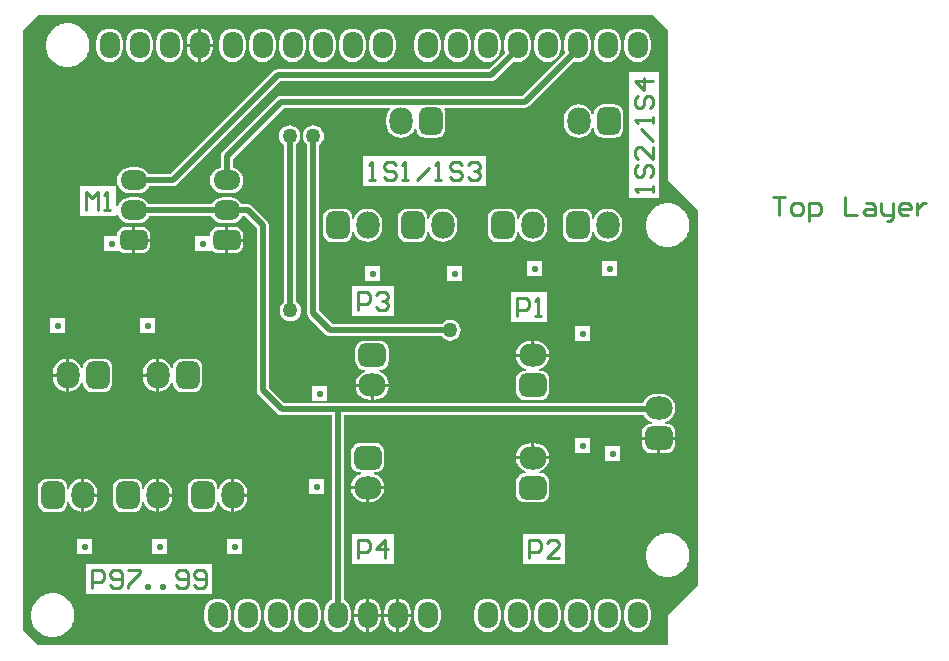
<source format=gtl>
G04*
G04 #@! TF.GenerationSoftware,Altium Limited,Altium Designer,22.2.1 (43)*
G04*
G04 Layer_Physical_Order=1*
G04 Layer_Color=255*
%FSLAX24Y24*%
%MOIN*%
G70*
G04*
G04 #@! TF.SameCoordinates,B0127B38-177D-4212-A313-A0298CA215B3*
G04*
G04*
G04 #@! TF.FilePolarity,Positive*
G04*
G01*
G75*
%ADD10C,0.0197*%
%ADD11C,0.0100*%
G04:AMPARAMS|DCode=12|XSize=76.8mil|YSize=90.6mil|CornerRadius=19.2mil|HoleSize=0mil|Usage=FLASHONLY|Rotation=0.000|XOffset=0mil|YOffset=0mil|HoleType=Round|Shape=RoundedRectangle|*
%AMROUNDEDRECTD12*
21,1,0.0768,0.0522,0,0,0.0*
21,1,0.0384,0.0906,0,0,0.0*
1,1,0.0384,0.0192,-0.0261*
1,1,0.0384,-0.0192,-0.0261*
1,1,0.0384,-0.0192,0.0261*
1,1,0.0384,0.0192,0.0261*
%
%ADD12ROUNDEDRECTD12*%
%ADD13O,0.0768X0.0906*%
%ADD14O,0.0906X0.0768*%
G04:AMPARAMS|DCode=15|XSize=76.8mil|YSize=90.6mil|CornerRadius=19.2mil|HoleSize=0mil|Usage=FLASHONLY|Rotation=90.000|XOffset=0mil|YOffset=0mil|HoleType=Round|Shape=RoundedRectangle|*
%AMROUNDEDRECTD15*
21,1,0.0768,0.0522,0,0,90.0*
21,1,0.0384,0.0906,0,0,90.0*
1,1,0.0384,0.0261,0.0192*
1,1,0.0384,0.0261,-0.0192*
1,1,0.0384,-0.0261,-0.0192*
1,1,0.0384,-0.0261,0.0192*
%
%ADD15ROUNDEDRECTD15*%
%ADD16O,0.0906X0.0669*%
G04:AMPARAMS|DCode=17|XSize=66.9mil|YSize=90.6mil|CornerRadius=16.7mil|HoleSize=0mil|Usage=FLASHONLY|Rotation=90.000|XOffset=0mil|YOffset=0mil|HoleType=Round|Shape=RoundedRectangle|*
%AMROUNDEDRECTD17*
21,1,0.0669,0.0571,0,0,90.0*
21,1,0.0335,0.0906,0,0,90.0*
1,1,0.0335,0.0285,0.0167*
1,1,0.0335,0.0285,-0.0167*
1,1,0.0335,-0.0285,-0.0167*
1,1,0.0335,-0.0285,0.0167*
%
%ADD17ROUNDEDRECTD17*%
%ADD18O,0.0669X0.0906*%
%ADD19C,0.0500*%
G36*
X-500Y18000D02*
X0Y17500D01*
Y12500D01*
X1000Y11500D01*
Y-1000D01*
X0Y-2000D01*
Y-3000D01*
X-21000D01*
X-21500Y-2500D01*
Y7800D01*
Y17500D01*
X-21000Y18000D01*
X-500Y18000D01*
D02*
G37*
%LPC*%
G36*
X-15548Y17550D02*
Y17050D01*
X-15160D01*
Y17118D01*
X-15175Y17232D01*
X-15219Y17337D01*
X-15288Y17428D01*
X-15379Y17498D01*
X-15485Y17542D01*
X-15548Y17550D01*
D02*
G37*
G36*
X-15648Y17550D02*
X-15712Y17542D01*
X-15818Y17498D01*
X-15908Y17428D01*
X-15978Y17337D01*
X-16022Y17232D01*
X-16037Y17118D01*
Y17050D01*
X-15648D01*
Y17550D01*
D02*
G37*
G36*
X-15160Y16950D02*
X-15548D01*
Y16450D01*
X-15485Y16458D01*
X-15379Y16502D01*
X-15288Y16572D01*
X-15219Y16663D01*
X-15175Y16768D01*
X-15160Y16882D01*
Y16950D01*
D02*
G37*
G36*
X-15648D02*
X-16037D01*
Y16882D01*
X-16022Y16768D01*
X-15978Y16663D01*
X-15908Y16572D01*
X-15818Y16502D01*
X-15712Y16458D01*
X-15648Y16450D01*
Y16950D01*
D02*
G37*
G36*
X-1000Y17557D02*
X-1113Y17542D01*
X-1219Y17498D01*
X-1310Y17428D01*
X-1380Y17337D01*
X-1423Y17232D01*
X-1438Y17118D01*
Y16882D01*
X-1423Y16768D01*
X-1380Y16663D01*
X-1310Y16572D01*
X-1219Y16502D01*
X-1113Y16458D01*
X-1000Y16443D01*
X-887Y16458D01*
X-781Y16502D01*
X-690Y16572D01*
X-620Y16663D01*
X-577Y16768D01*
X-562Y16882D01*
Y17118D01*
X-577Y17232D01*
X-620Y17337D01*
X-690Y17428D01*
X-781Y17498D01*
X-887Y17542D01*
X-1000Y17557D01*
D02*
G37*
G36*
X-2000D02*
X-2113Y17542D01*
X-2219Y17498D01*
X-2310Y17428D01*
X-2380Y17337D01*
X-2423Y17232D01*
X-2438Y17118D01*
Y16882D01*
X-2423Y16768D01*
X-2380Y16663D01*
X-2310Y16572D01*
X-2219Y16502D01*
X-2113Y16458D01*
X-2000Y16443D01*
X-1887Y16458D01*
X-1781Y16502D01*
X-1690Y16572D01*
X-1620Y16663D01*
X-1577Y16768D01*
X-1562Y16882D01*
Y17118D01*
X-1577Y17232D01*
X-1620Y17337D01*
X-1690Y17428D01*
X-1781Y17498D01*
X-1887Y17542D01*
X-2000Y17557D01*
D02*
G37*
G36*
X-3000D02*
X-3113Y17542D01*
X-3219Y17498D01*
X-3310Y17428D01*
X-3380Y17337D01*
X-3423Y17232D01*
X-3438Y17118D01*
Y16882D01*
X-3423Y16768D01*
X-3416Y16752D01*
X-4845Y15323D01*
X-12879D01*
X-12956Y15308D01*
X-13022Y15264D01*
X-14843Y13443D01*
X-14887Y13377D01*
X-14902Y13300D01*
Y12927D01*
X-14932Y12923D01*
X-15037Y12880D01*
X-15128Y12810D01*
X-15198Y12719D01*
X-15242Y12613D01*
X-15257Y12500D01*
X-15242Y12387D01*
X-15198Y12281D01*
X-15128Y12190D01*
X-15037Y12120D01*
X-14932Y12077D01*
X-14818Y12062D01*
X-14582D01*
X-14468Y12077D01*
X-14363Y12120D01*
X-14272Y12190D01*
X-14202Y12281D01*
X-14158Y12387D01*
X-14143Y12500D01*
X-14158Y12613D01*
X-14202Y12719D01*
X-14272Y12810D01*
X-14363Y12880D01*
X-14468Y12923D01*
X-14498Y12927D01*
Y13216D01*
X-12795Y14919D01*
X-9269D01*
X-9248Y14869D01*
X-9314Y14783D01*
X-9363Y14665D01*
X-9379Y14539D01*
Y14401D01*
X-9363Y14275D01*
X-9314Y14157D01*
X-9237Y14056D01*
X-9135Y13978D01*
X-9018Y13930D01*
X-8891Y13913D01*
X-8765Y13930D01*
X-8647Y13978D01*
X-8546Y14056D01*
X-8469Y14157D01*
X-8428Y14256D01*
X-8378Y14246D01*
Y14209D01*
X-8368Y14133D01*
X-8338Y14062D01*
X-8292Y14001D01*
X-8231Y13954D01*
X-8160Y13925D01*
X-8083Y13915D01*
X-7699D01*
X-7623Y13925D01*
X-7552Y13954D01*
X-7491Y14001D01*
X-7444Y14062D01*
X-7415Y14133D01*
X-7405Y14209D01*
Y14731D01*
X-7415Y14807D01*
X-7441Y14869D01*
X-7420Y14919D01*
X-4761D01*
X-4683Y14934D01*
X-4618Y14978D01*
X-3130Y16465D01*
X-3113Y16458D01*
X-3000Y16443D01*
X-2887Y16458D01*
X-2781Y16502D01*
X-2690Y16572D01*
X-2620Y16663D01*
X-2577Y16768D01*
X-2562Y16882D01*
Y17118D01*
X-2577Y17232D01*
X-2620Y17337D01*
X-2690Y17428D01*
X-2781Y17498D01*
X-2887Y17542D01*
X-3000Y17557D01*
D02*
G37*
G36*
X-4000D02*
X-4113Y17542D01*
X-4219Y17498D01*
X-4310Y17428D01*
X-4380Y17337D01*
X-4423Y17232D01*
X-4438Y17118D01*
Y16882D01*
X-4423Y16768D01*
X-4380Y16663D01*
X-4310Y16572D01*
X-4219Y16502D01*
X-4113Y16458D01*
X-4000Y16443D01*
X-3887Y16458D01*
X-3781Y16502D01*
X-3690Y16572D01*
X-3620Y16663D01*
X-3577Y16768D01*
X-3562Y16882D01*
Y17118D01*
X-3577Y17232D01*
X-3620Y17337D01*
X-3690Y17428D01*
X-3781Y17498D01*
X-3887Y17542D01*
X-4000Y17557D01*
D02*
G37*
G36*
X-5000D02*
X-5113Y17542D01*
X-5219Y17498D01*
X-5310Y17428D01*
X-5380Y17337D01*
X-5423Y17232D01*
X-5438Y17118D01*
Y16882D01*
X-5423Y16768D01*
X-5416Y16752D01*
X-5966Y16202D01*
X-13000D01*
X-13077Y16187D01*
X-13143Y16143D01*
X-16584Y12702D01*
X-17295D01*
X-17302Y12719D01*
X-17372Y12810D01*
X-17463Y12880D01*
X-17568Y12923D01*
X-17682Y12938D01*
X-17918D01*
X-18032Y12923D01*
X-18137Y12880D01*
X-18228Y12810D01*
X-18298Y12719D01*
X-18342Y12613D01*
X-18357Y12500D01*
X-18342Y12387D01*
X-18298Y12281D01*
X-18228Y12190D01*
X-18137Y12120D01*
X-18032Y12077D01*
X-17918Y12062D01*
X-17682D01*
X-17568Y12077D01*
X-17463Y12120D01*
X-17372Y12190D01*
X-17302Y12281D01*
X-17295Y12298D01*
X-16500D01*
X-16423Y12313D01*
X-16357Y12357D01*
X-12916Y15798D01*
X-5882D01*
X-5804Y15813D01*
X-5739Y15857D01*
X-5130Y16465D01*
X-5113Y16458D01*
X-5000Y16443D01*
X-4887Y16458D01*
X-4781Y16502D01*
X-4690Y16572D01*
X-4620Y16663D01*
X-4577Y16768D01*
X-4562Y16882D01*
Y17118D01*
X-4577Y17232D01*
X-4620Y17337D01*
X-4690Y17428D01*
X-4781Y17498D01*
X-4887Y17542D01*
X-5000Y17557D01*
D02*
G37*
G36*
X-6000D02*
X-6113Y17542D01*
X-6219Y17498D01*
X-6310Y17428D01*
X-6380Y17337D01*
X-6423Y17232D01*
X-6438Y17118D01*
Y16882D01*
X-6423Y16768D01*
X-6380Y16663D01*
X-6310Y16572D01*
X-6219Y16502D01*
X-6113Y16458D01*
X-6000Y16443D01*
X-5887Y16458D01*
X-5781Y16502D01*
X-5690Y16572D01*
X-5620Y16663D01*
X-5577Y16768D01*
X-5562Y16882D01*
Y17118D01*
X-5577Y17232D01*
X-5620Y17337D01*
X-5690Y17428D01*
X-5781Y17498D01*
X-5887Y17542D01*
X-6000Y17557D01*
D02*
G37*
G36*
X-7000D02*
X-7113Y17542D01*
X-7219Y17498D01*
X-7310Y17428D01*
X-7380Y17337D01*
X-7423Y17232D01*
X-7438Y17118D01*
Y16882D01*
X-7423Y16768D01*
X-7380Y16663D01*
X-7310Y16572D01*
X-7219Y16502D01*
X-7113Y16458D01*
X-7000Y16443D01*
X-6887Y16458D01*
X-6781Y16502D01*
X-6690Y16572D01*
X-6620Y16663D01*
X-6577Y16768D01*
X-6562Y16882D01*
Y17118D01*
X-6577Y17232D01*
X-6620Y17337D01*
X-6690Y17428D01*
X-6781Y17498D01*
X-6887Y17542D01*
X-7000Y17557D01*
D02*
G37*
G36*
X-8000D02*
X-8113Y17542D01*
X-8219Y17498D01*
X-8310Y17428D01*
X-8380Y17337D01*
X-8423Y17232D01*
X-8438Y17118D01*
Y16882D01*
X-8423Y16768D01*
X-8380Y16663D01*
X-8310Y16572D01*
X-8219Y16502D01*
X-8113Y16458D01*
X-8000Y16443D01*
X-7887Y16458D01*
X-7781Y16502D01*
X-7690Y16572D01*
X-7620Y16663D01*
X-7577Y16768D01*
X-7562Y16882D01*
Y17118D01*
X-7577Y17232D01*
X-7620Y17337D01*
X-7690Y17428D01*
X-7781Y17498D01*
X-7887Y17542D01*
X-8000Y17557D01*
D02*
G37*
G36*
X-9500D02*
X-9613Y17542D01*
X-9719Y17498D01*
X-9810Y17428D01*
X-9880Y17337D01*
X-9923Y17232D01*
X-9938Y17118D01*
Y16882D01*
X-9923Y16768D01*
X-9880Y16663D01*
X-9810Y16572D01*
X-9719Y16502D01*
X-9613Y16458D01*
X-9500Y16443D01*
X-9387Y16458D01*
X-9281Y16502D01*
X-9190Y16572D01*
X-9120Y16663D01*
X-9077Y16768D01*
X-9062Y16882D01*
Y17118D01*
X-9077Y17232D01*
X-9120Y17337D01*
X-9190Y17428D01*
X-9281Y17498D01*
X-9387Y17542D01*
X-9500Y17557D01*
D02*
G37*
G36*
X-10500D02*
X-10613Y17542D01*
X-10719Y17498D01*
X-10810Y17428D01*
X-10880Y17337D01*
X-10923Y17232D01*
X-10938Y17118D01*
Y16882D01*
X-10923Y16768D01*
X-10880Y16663D01*
X-10810Y16572D01*
X-10719Y16502D01*
X-10613Y16458D01*
X-10500Y16443D01*
X-10387Y16458D01*
X-10281Y16502D01*
X-10190Y16572D01*
X-10120Y16663D01*
X-10077Y16768D01*
X-10062Y16882D01*
Y17118D01*
X-10077Y17232D01*
X-10120Y17337D01*
X-10190Y17428D01*
X-10281Y17498D01*
X-10387Y17542D01*
X-10500Y17557D01*
D02*
G37*
G36*
X-11500D02*
X-11613Y17542D01*
X-11719Y17498D01*
X-11810Y17428D01*
X-11880Y17337D01*
X-11923Y17232D01*
X-11938Y17118D01*
Y16882D01*
X-11923Y16768D01*
X-11880Y16663D01*
X-11810Y16572D01*
X-11719Y16502D01*
X-11613Y16458D01*
X-11500Y16443D01*
X-11387Y16458D01*
X-11281Y16502D01*
X-11190Y16572D01*
X-11120Y16663D01*
X-11077Y16768D01*
X-11062Y16882D01*
Y17118D01*
X-11077Y17232D01*
X-11120Y17337D01*
X-11190Y17428D01*
X-11281Y17498D01*
X-11387Y17542D01*
X-11500Y17557D01*
D02*
G37*
G36*
X-12500D02*
X-12613Y17542D01*
X-12719Y17498D01*
X-12810Y17428D01*
X-12880Y17337D01*
X-12923Y17232D01*
X-12938Y17118D01*
Y16882D01*
X-12923Y16768D01*
X-12880Y16663D01*
X-12810Y16572D01*
X-12719Y16502D01*
X-12613Y16458D01*
X-12500Y16443D01*
X-12387Y16458D01*
X-12281Y16502D01*
X-12190Y16572D01*
X-12120Y16663D01*
X-12077Y16768D01*
X-12062Y16882D01*
Y17118D01*
X-12077Y17232D01*
X-12120Y17337D01*
X-12190Y17428D01*
X-12281Y17498D01*
X-12387Y17542D01*
X-12500Y17557D01*
D02*
G37*
G36*
X-13500D02*
X-13613Y17542D01*
X-13719Y17498D01*
X-13810Y17428D01*
X-13880Y17337D01*
X-13923Y17232D01*
X-13938Y17118D01*
Y16882D01*
X-13923Y16768D01*
X-13880Y16663D01*
X-13810Y16572D01*
X-13719Y16502D01*
X-13613Y16458D01*
X-13500Y16443D01*
X-13387Y16458D01*
X-13281Y16502D01*
X-13190Y16572D01*
X-13120Y16663D01*
X-13077Y16768D01*
X-13062Y16882D01*
Y17118D01*
X-13077Y17232D01*
X-13120Y17337D01*
X-13190Y17428D01*
X-13281Y17498D01*
X-13387Y17542D01*
X-13500Y17557D01*
D02*
G37*
G36*
X-14500D02*
X-14613Y17542D01*
X-14719Y17498D01*
X-14810Y17428D01*
X-14880Y17337D01*
X-14923Y17232D01*
X-14938Y17118D01*
Y16882D01*
X-14923Y16768D01*
X-14880Y16663D01*
X-14810Y16572D01*
X-14719Y16502D01*
X-14613Y16458D01*
X-14500Y16443D01*
X-14387Y16458D01*
X-14281Y16502D01*
X-14190Y16572D01*
X-14120Y16663D01*
X-14077Y16768D01*
X-14062Y16882D01*
Y17118D01*
X-14077Y17232D01*
X-14120Y17337D01*
X-14190Y17428D01*
X-14281Y17498D01*
X-14387Y17542D01*
X-14500Y17557D01*
D02*
G37*
G36*
X-16600D02*
X-16713Y17542D01*
X-16819Y17498D01*
X-16910Y17428D01*
X-16980Y17337D01*
X-17023Y17232D01*
X-17038Y17118D01*
Y16882D01*
X-17023Y16768D01*
X-16980Y16663D01*
X-16910Y16572D01*
X-16819Y16502D01*
X-16713Y16458D01*
X-16600Y16443D01*
X-16487Y16458D01*
X-16381Y16502D01*
X-16290Y16572D01*
X-16220Y16663D01*
X-16177Y16768D01*
X-16162Y16882D01*
Y17118D01*
X-16177Y17232D01*
X-16220Y17337D01*
X-16290Y17428D01*
X-16381Y17498D01*
X-16487Y17542D01*
X-16600Y17557D01*
D02*
G37*
G36*
X-17600D02*
X-17713Y17542D01*
X-17819Y17498D01*
X-17910Y17428D01*
X-17980Y17337D01*
X-18023Y17232D01*
X-18038Y17118D01*
Y16882D01*
X-18023Y16768D01*
X-17980Y16663D01*
X-17910Y16572D01*
X-17819Y16502D01*
X-17713Y16458D01*
X-17600Y16443D01*
X-17487Y16458D01*
X-17381Y16502D01*
X-17290Y16572D01*
X-17220Y16663D01*
X-17177Y16768D01*
X-17162Y16882D01*
Y17118D01*
X-17177Y17232D01*
X-17220Y17337D01*
X-17290Y17428D01*
X-17381Y17498D01*
X-17487Y17542D01*
X-17600Y17557D01*
D02*
G37*
G36*
X-18600D02*
X-18713Y17542D01*
X-18819Y17498D01*
X-18910Y17428D01*
X-18980Y17337D01*
X-19023Y17232D01*
X-19038Y17118D01*
Y16882D01*
X-19023Y16768D01*
X-18980Y16663D01*
X-18910Y16572D01*
X-18819Y16502D01*
X-18713Y16458D01*
X-18600Y16443D01*
X-18487Y16458D01*
X-18381Y16502D01*
X-18290Y16572D01*
X-18220Y16663D01*
X-18177Y16768D01*
X-18162Y16882D01*
Y17118D01*
X-18177Y17232D01*
X-18220Y17337D01*
X-18290Y17428D01*
X-18381Y17498D01*
X-18487Y17542D01*
X-18600Y17557D01*
D02*
G37*
G36*
X-19938Y17727D02*
X-20062D01*
X-20071Y17725D01*
X-20081D01*
X-20202Y17701D01*
X-20211Y17697D01*
X-20221Y17695D01*
X-20335Y17648D01*
X-20343Y17642D01*
X-20353Y17639D01*
X-20455Y17570D01*
X-20462Y17563D01*
X-20471Y17558D01*
X-20558Y17471D01*
X-20563Y17462D01*
X-20570Y17455D01*
X-20639Y17353D01*
X-20642Y17343D01*
X-20648Y17335D01*
X-20695Y17221D01*
X-20697Y17211D01*
X-20701Y17202D01*
X-20725Y17081D01*
Y17071D01*
X-20727Y17062D01*
Y16938D01*
X-20725Y16929D01*
Y16919D01*
X-20701Y16798D01*
X-20697Y16789D01*
X-20695Y16779D01*
X-20648Y16665D01*
X-20642Y16657D01*
X-20639Y16647D01*
X-20570Y16545D01*
X-20563Y16538D01*
X-20558Y16529D01*
X-20471Y16442D01*
X-20462Y16437D01*
X-20455Y16430D01*
X-20353Y16361D01*
X-20343Y16358D01*
X-20335Y16352D01*
X-20221Y16305D01*
X-20211Y16303D01*
X-20202Y16299D01*
X-20081Y16275D01*
X-20071D01*
X-20062Y16273D01*
X-19938D01*
X-19929Y16275D01*
X-19919D01*
X-19798Y16299D01*
X-19789Y16303D01*
X-19779Y16305D01*
X-19665Y16352D01*
X-19657Y16358D01*
X-19647Y16361D01*
X-19545Y16430D01*
X-19538Y16437D01*
X-19529Y16442D01*
X-19442Y16529D01*
X-19437Y16538D01*
X-19430Y16545D01*
X-19361Y16647D01*
X-19358Y16657D01*
X-19352Y16665D01*
X-19305Y16779D01*
X-19303Y16789D01*
X-19299Y16798D01*
X-19275Y16919D01*
Y16929D01*
X-19273Y16938D01*
Y17062D01*
X-19275Y17071D01*
Y17081D01*
X-19299Y17202D01*
X-19303Y17211D01*
X-19305Y17221D01*
X-19352Y17335D01*
X-19358Y17343D01*
X-19361Y17353D01*
X-19430Y17455D01*
X-19437Y17462D01*
X-19442Y17471D01*
X-19529Y17558D01*
X-19538Y17563D01*
X-19545Y17570D01*
X-19647Y17639D01*
X-19657Y17642D01*
X-19665Y17648D01*
X-19779Y17695D01*
X-19789Y17697D01*
X-19798Y17701D01*
X-19919Y17725D01*
X-19929D01*
X-19938Y17727D01*
D02*
G37*
G36*
X-2968Y15027D02*
X-3094Y15010D01*
X-3212Y14961D01*
X-3313Y14884D01*
X-3391Y14783D01*
X-3439Y14665D01*
X-3456Y14539D01*
Y14401D01*
X-3439Y14275D01*
X-3391Y14157D01*
X-3313Y14056D01*
X-3212Y13978D01*
X-3094Y13930D01*
X-2968Y13913D01*
X-2842Y13930D01*
X-2724Y13978D01*
X-2623Y14056D01*
X-2545Y14157D01*
X-2504Y14256D01*
X-2454Y14246D01*
Y14209D01*
X-2444Y14133D01*
X-2415Y14062D01*
X-2368Y14001D01*
X-2307Y13954D01*
X-2236Y13925D01*
X-2160Y13915D01*
X-1776D01*
X-1700Y13925D01*
X-1629Y13954D01*
X-1568Y14001D01*
X-1521Y14062D01*
X-1492Y14133D01*
X-1482Y14209D01*
Y14731D01*
X-1492Y14807D01*
X-1521Y14878D01*
X-1568Y14939D01*
X-1629Y14986D01*
X-1700Y15015D01*
X-1776Y15025D01*
X-2160D01*
X-2236Y15015D01*
X-2307Y14986D01*
X-2368Y14939D01*
X-2415Y14878D01*
X-2444Y14807D01*
X-2454Y14731D01*
Y14694D01*
X-2504Y14684D01*
X-2545Y14783D01*
X-2623Y14884D01*
X-2724Y14961D01*
X-2842Y15010D01*
X-2968Y15027D01*
D02*
G37*
G36*
X-6041Y13301D02*
X-10139D01*
Y12302D01*
X-6041D01*
Y13301D01*
D02*
G37*
G36*
X-294Y16107D02*
X-1294D01*
Y11908D01*
X-294D01*
Y16107D01*
D02*
G37*
G36*
X-10000Y11557D02*
X-10126Y11540D01*
X-10244Y11492D01*
X-10345Y11414D01*
X-10423Y11313D01*
X-10464Y11214D01*
X-10514Y11224D01*
Y11261D01*
X-10524Y11337D01*
X-10553Y11408D01*
X-10600Y11469D01*
X-10661Y11516D01*
X-10732Y11545D01*
X-10808Y11555D01*
X-11192D01*
X-11268Y11545D01*
X-11339Y11516D01*
X-11400Y11469D01*
X-11447Y11408D01*
X-11476Y11337D01*
X-11486Y11261D01*
Y10739D01*
X-11476Y10663D01*
X-11447Y10592D01*
X-11400Y10531D01*
X-11339Y10484D01*
X-11268Y10455D01*
X-11192Y10445D01*
X-10808D01*
X-10732Y10455D01*
X-10661Y10484D01*
X-10600Y10531D01*
X-10553Y10592D01*
X-10524Y10663D01*
X-10514Y10739D01*
Y10776D01*
X-10464Y10786D01*
X-10423Y10687D01*
X-10345Y10586D01*
X-10244Y10508D01*
X-10126Y10460D01*
X-10000Y10443D01*
X-9874Y10460D01*
X-9756Y10508D01*
X-9655Y10586D01*
X-9577Y10687D01*
X-9529Y10805D01*
X-9512Y10931D01*
Y11069D01*
X-9529Y11195D01*
X-9577Y11313D01*
X-9655Y11414D01*
X-9756Y11492D01*
X-9874Y11540D01*
X-10000Y11557D01*
D02*
G37*
G36*
X-2000D02*
X-2126Y11540D01*
X-2244Y11492D01*
X-2345Y11414D01*
X-2423Y11313D01*
X-2464Y11214D01*
X-2514Y11224D01*
Y11261D01*
X-2524Y11337D01*
X-2553Y11408D01*
X-2600Y11469D01*
X-2661Y11516D01*
X-2732Y11545D01*
X-2808Y11555D01*
X-3192D01*
X-3268Y11545D01*
X-3339Y11516D01*
X-3400Y11469D01*
X-3447Y11408D01*
X-3476Y11337D01*
X-3486Y11261D01*
Y10739D01*
X-3476Y10663D01*
X-3447Y10592D01*
X-3400Y10531D01*
X-3339Y10484D01*
X-3268Y10455D01*
X-3192Y10445D01*
X-2808D01*
X-2732Y10455D01*
X-2661Y10484D01*
X-2600Y10531D01*
X-2553Y10592D01*
X-2524Y10663D01*
X-2514Y10739D01*
Y10776D01*
X-2464Y10786D01*
X-2423Y10687D01*
X-2345Y10586D01*
X-2244Y10508D01*
X-2126Y10460D01*
X-2000Y10443D01*
X-1874Y10460D01*
X-1756Y10508D01*
X-1655Y10586D01*
X-1577Y10687D01*
X-1529Y10805D01*
X-1512Y10931D01*
Y11069D01*
X-1529Y11195D01*
X-1577Y11313D01*
X-1655Y11414D01*
X-1756Y11492D01*
X-1874Y11540D01*
X-2000Y11557D01*
D02*
G37*
G36*
X-4500D02*
X-4626Y11540D01*
X-4744Y11492D01*
X-4845Y11414D01*
X-4923Y11313D01*
X-4964Y11214D01*
X-5014Y11224D01*
Y11261D01*
X-5024Y11337D01*
X-5053Y11408D01*
X-5100Y11469D01*
X-5161Y11516D01*
X-5232Y11545D01*
X-5308Y11555D01*
X-5692D01*
X-5768Y11545D01*
X-5839Y11516D01*
X-5900Y11469D01*
X-5947Y11408D01*
X-5976Y11337D01*
X-5986Y11261D01*
Y10739D01*
X-5976Y10663D01*
X-5947Y10592D01*
X-5900Y10531D01*
X-5839Y10484D01*
X-5768Y10455D01*
X-5692Y10445D01*
X-5308D01*
X-5232Y10455D01*
X-5161Y10484D01*
X-5100Y10531D01*
X-5053Y10592D01*
X-5024Y10663D01*
X-5014Y10739D01*
Y10776D01*
X-4964Y10786D01*
X-4923Y10687D01*
X-4845Y10586D01*
X-4744Y10508D01*
X-4626Y10460D01*
X-4500Y10443D01*
X-4374Y10460D01*
X-4256Y10508D01*
X-4155Y10586D01*
X-4077Y10687D01*
X-4029Y10805D01*
X-4012Y10931D01*
Y11069D01*
X-4029Y11195D01*
X-4077Y11313D01*
X-4155Y11414D01*
X-4256Y11492D01*
X-4374Y11540D01*
X-4500Y11557D01*
D02*
G37*
G36*
X-7500D02*
X-7626Y11540D01*
X-7744Y11492D01*
X-7845Y11414D01*
X-7923Y11313D01*
X-7964Y11214D01*
X-8014Y11224D01*
Y11261D01*
X-8024Y11337D01*
X-8053Y11408D01*
X-8100Y11469D01*
X-8161Y11516D01*
X-8232Y11545D01*
X-8308Y11555D01*
X-8692D01*
X-8768Y11545D01*
X-8839Y11516D01*
X-8900Y11469D01*
X-8947Y11408D01*
X-8976Y11337D01*
X-8986Y11261D01*
Y10739D01*
X-8976Y10663D01*
X-8947Y10592D01*
X-8900Y10531D01*
X-8839Y10484D01*
X-8768Y10455D01*
X-8692Y10445D01*
X-8308D01*
X-8232Y10455D01*
X-8161Y10484D01*
X-8100Y10531D01*
X-8053Y10592D01*
X-8024Y10663D01*
X-8014Y10739D01*
Y10776D01*
X-7964Y10786D01*
X-7923Y10687D01*
X-7845Y10586D01*
X-7744Y10508D01*
X-7626Y10460D01*
X-7500Y10443D01*
X-7374Y10460D01*
X-7256Y10508D01*
X-7155Y10586D01*
X-7077Y10687D01*
X-7029Y10805D01*
X-7012Y10931D01*
Y11069D01*
X-7029Y11195D01*
X-7077Y11313D01*
X-7155Y11414D01*
X-7256Y11492D01*
X-7374Y11540D01*
X-7500Y11557D01*
D02*
G37*
G36*
X-14415Y10937D02*
X-14650D01*
Y10550D01*
X-14145D01*
Y10667D01*
X-14154Y10737D01*
X-14181Y10802D01*
X-14224Y10858D01*
X-14280Y10901D01*
X-14345Y10928D01*
X-14415Y10937D01*
D02*
G37*
G36*
X-17515D02*
X-17750D01*
Y10550D01*
X-17245D01*
Y10667D01*
X-17254Y10737D01*
X-17281Y10802D01*
X-17324Y10858D01*
X-17380Y10901D01*
X-17445Y10928D01*
X-17515Y10937D01*
D02*
G37*
G36*
X62Y11727D02*
X-62D01*
X-71Y11725D01*
X-81D01*
X-202Y11701D01*
X-211Y11697D01*
X-221Y11695D01*
X-335Y11648D01*
X-343Y11642D01*
X-353Y11639D01*
X-455Y11570D01*
X-462Y11563D01*
X-471Y11558D01*
X-558Y11471D01*
X-563Y11462D01*
X-570Y11455D01*
X-639Y11353D01*
X-642Y11343D01*
X-648Y11335D01*
X-695Y11221D01*
X-697Y11211D01*
X-701Y11202D01*
X-725Y11081D01*
Y11071D01*
X-727Y11062D01*
Y10938D01*
X-725Y10929D01*
Y10919D01*
X-701Y10798D01*
X-697Y10789D01*
X-695Y10779D01*
X-648Y10665D01*
X-642Y10657D01*
X-639Y10647D01*
X-570Y10545D01*
X-563Y10538D01*
X-558Y10529D01*
X-471Y10442D01*
X-462Y10437D01*
X-455Y10430D01*
X-353Y10361D01*
X-343Y10358D01*
X-335Y10352D01*
X-221Y10305D01*
X-211Y10303D01*
X-202Y10299D01*
X-81Y10275D01*
X-71D01*
X-62Y10273D01*
X62D01*
X71Y10275D01*
X81D01*
X202Y10299D01*
X211Y10303D01*
X221Y10305D01*
X335Y10352D01*
X343Y10358D01*
X353Y10361D01*
X455Y10430D01*
X462Y10437D01*
X471Y10442D01*
X558Y10529D01*
X563Y10538D01*
X570Y10545D01*
X639Y10647D01*
X642Y10657D01*
X648Y10665D01*
X695Y10779D01*
X697Y10789D01*
X701Y10798D01*
X725Y10919D01*
Y10929D01*
X727Y10938D01*
Y11062D01*
X725Y11071D01*
Y11081D01*
X701Y11202D01*
X697Y11211D01*
X695Y11221D01*
X648Y11335D01*
X642Y11343D01*
X639Y11353D01*
X570Y11455D01*
X563Y11462D01*
X558Y11471D01*
X471Y11558D01*
X462Y11563D01*
X455Y11570D01*
X353Y11639D01*
X343Y11642D01*
X335Y11648D01*
X221Y11695D01*
X211Y11697D01*
X202Y11701D01*
X81Y11725D01*
X71D01*
X62Y11727D01*
D02*
G37*
G36*
X-14145Y10450D02*
X-14650D01*
Y10063D01*
X-14415D01*
X-14345Y10072D01*
X-14280Y10099D01*
X-14224Y10142D01*
X-14181Y10198D01*
X-14154Y10263D01*
X-14145Y10333D01*
Y10450D01*
D02*
G37*
G36*
X-14750Y10937D02*
X-14985D01*
X-15055Y10928D01*
X-15120Y10901D01*
X-15176Y10858D01*
X-15219Y10802D01*
X-15246Y10737D01*
X-15255Y10667D01*
Y10652D01*
X-15751D01*
Y10152D01*
X-15251D01*
Y10157D01*
X-15201Y10174D01*
X-15176Y10142D01*
X-15120Y10099D01*
X-15055Y10072D01*
X-14985Y10063D01*
X-14750D01*
Y10500D01*
Y10937D01*
D02*
G37*
G36*
X-17245Y10450D02*
X-17750D01*
Y10063D01*
X-17515D01*
X-17445Y10072D01*
X-17380Y10099D01*
X-17324Y10142D01*
X-17281Y10198D01*
X-17254Y10263D01*
X-17245Y10333D01*
Y10450D01*
D02*
G37*
G36*
X-17850Y10937D02*
X-18085D01*
X-18155Y10928D01*
X-18220Y10901D01*
X-18276Y10858D01*
X-18319Y10802D01*
X-18346Y10737D01*
X-18355Y10667D01*
Y10636D01*
X-18801D01*
Y10136D01*
X-18301D01*
X-18301Y10136D01*
X-18255Y10126D01*
X-18220Y10099D01*
X-18155Y10072D01*
X-18085Y10063D01*
X-17850D01*
Y10500D01*
Y10937D01*
D02*
G37*
G36*
X-1700Y9800D02*
X-2200D01*
Y9300D01*
X-1700D01*
Y9800D01*
D02*
G37*
G36*
X-4200D02*
X-4700D01*
Y9300D01*
X-4200D01*
Y9800D01*
D02*
G37*
G36*
X-6850Y9650D02*
X-7350D01*
Y9150D01*
X-6850D01*
Y9650D01*
D02*
G37*
G36*
X-9600D02*
X-10100D01*
Y9150D01*
X-9600D01*
Y9650D01*
D02*
G37*
G36*
X-9133Y8971D02*
X-10533D01*
Y7971D01*
X-9133D01*
Y8971D01*
D02*
G37*
G36*
X-12598Y14329D02*
X-12690Y14317D01*
X-12775Y14282D01*
X-12848Y14226D01*
X-12904Y14153D01*
X-12939Y14068D01*
X-12951Y13976D01*
X-12939Y13885D01*
X-12904Y13800D01*
X-12848Y13727D01*
X-12788Y13680D01*
Y8439D01*
X-12822Y8413D01*
X-12878Y8340D01*
X-12913Y8255D01*
X-12925Y8163D01*
X-12913Y8072D01*
X-12878Y7987D01*
X-12822Y7914D01*
X-12749Y7858D01*
X-12664Y7822D01*
X-12572Y7810D01*
X-12481Y7822D01*
X-12396Y7858D01*
X-12323Y7914D01*
X-12266Y7987D01*
X-12231Y8072D01*
X-12219Y8163D01*
X-12231Y8255D01*
X-12266Y8340D01*
X-12323Y8413D01*
X-12383Y8459D01*
Y13701D01*
X-12349Y13727D01*
X-12293Y13800D01*
X-12257Y13885D01*
X-12245Y13976D01*
X-12257Y14068D01*
X-12293Y14153D01*
X-12349Y14226D01*
X-12422Y14282D01*
X-12507Y14317D01*
X-12598Y14329D01*
D02*
G37*
G36*
X-4018Y8774D02*
X-5218D01*
Y7774D01*
X-4018D01*
Y8774D01*
D02*
G37*
G36*
X-17100Y7900D02*
X-17600D01*
Y7400D01*
X-17100D01*
Y7900D01*
D02*
G37*
G36*
X-20100D02*
X-20600D01*
Y7400D01*
X-20100D01*
Y7900D01*
D02*
G37*
G36*
X-2600Y7650D02*
X-3100D01*
Y7150D01*
X-2600D01*
Y7650D01*
D02*
G37*
G36*
X-11811Y14329D02*
X-11902Y14317D01*
X-11988Y14282D01*
X-12061Y14226D01*
X-12117Y14153D01*
X-12152Y14068D01*
X-12164Y13976D01*
X-12152Y13885D01*
X-12117Y13800D01*
X-12061Y13727D01*
X-12013Y13690D01*
Y8061D01*
X-11998Y7984D01*
X-11954Y7918D01*
X-11393Y7357D01*
X-11327Y7313D01*
X-11250Y7298D01*
X-7536D01*
X-7500Y7250D01*
X-7427Y7194D01*
X-7341Y7159D01*
X-7250Y7147D01*
X-7159Y7159D01*
X-7073Y7194D01*
X-7000Y7250D01*
X-6944Y7323D01*
X-6909Y7409D01*
X-6897Y7500D01*
X-6909Y7591D01*
X-6944Y7677D01*
X-7000Y7750D01*
X-7073Y7806D01*
X-7159Y7841D01*
X-7250Y7853D01*
X-7341Y7841D01*
X-7427Y7806D01*
X-7500Y7750D01*
X-7536Y7702D01*
X-11166D01*
X-11609Y8145D01*
Y13690D01*
X-11561Y13727D01*
X-11505Y13800D01*
X-11470Y13885D01*
X-11458Y13976D01*
X-11470Y14068D01*
X-11505Y14153D01*
X-11561Y14226D01*
X-11635Y14282D01*
X-11720Y14317D01*
X-11811Y14329D01*
D02*
G37*
G36*
X-4431Y7155D02*
X-4450D01*
Y6717D01*
X-3950D01*
X-3960Y6794D01*
X-4008Y6911D01*
X-4086Y7012D01*
X-4187Y7090D01*
X-4305Y7139D01*
X-4431Y7155D01*
D02*
G37*
G36*
X-4550D02*
X-4569D01*
X-4695Y7139D01*
X-4813Y7090D01*
X-4914Y7012D01*
X-4992Y6911D01*
X-5040Y6794D01*
X-5050Y6717D01*
X-4550D01*
Y7155D01*
D02*
G37*
G36*
X-15808Y6555D02*
X-16192D01*
X-16268Y6545D01*
X-16339Y6516D01*
X-16400Y6469D01*
X-16447Y6408D01*
X-16476Y6337D01*
X-16486Y6261D01*
Y6224D01*
X-16536Y6214D01*
X-16577Y6313D01*
X-16655Y6414D01*
X-16756Y6492D01*
X-16874Y6540D01*
X-16950Y6550D01*
Y6000D01*
Y5450D01*
X-16874Y5460D01*
X-16756Y5508D01*
X-16655Y5586D01*
X-16577Y5687D01*
X-16536Y5786D01*
X-16486Y5776D01*
Y5739D01*
X-16476Y5663D01*
X-16447Y5592D01*
X-16400Y5531D01*
X-16339Y5484D01*
X-16268Y5455D01*
X-16192Y5445D01*
X-15808D01*
X-15732Y5455D01*
X-15661Y5484D01*
X-15600Y5531D01*
X-15553Y5592D01*
X-15524Y5663D01*
X-15514Y5739D01*
Y6261D01*
X-15524Y6337D01*
X-15553Y6408D01*
X-15600Y6469D01*
X-15661Y6516D01*
X-15732Y6545D01*
X-15808Y6555D01*
D02*
G37*
G36*
X-18808D02*
X-19192D01*
X-19268Y6545D01*
X-19339Y6516D01*
X-19400Y6469D01*
X-19447Y6408D01*
X-19476Y6337D01*
X-19486Y6261D01*
Y6224D01*
X-19536Y6214D01*
X-19577Y6313D01*
X-19655Y6414D01*
X-19756Y6492D01*
X-19874Y6540D01*
X-19950Y6550D01*
Y6000D01*
Y5450D01*
X-19874Y5460D01*
X-19756Y5508D01*
X-19655Y5586D01*
X-19577Y5687D01*
X-19536Y5786D01*
X-19486Y5776D01*
Y5739D01*
X-19476Y5663D01*
X-19447Y5592D01*
X-19400Y5531D01*
X-19339Y5484D01*
X-19268Y5455D01*
X-19192Y5445D01*
X-18808D01*
X-18732Y5455D01*
X-18661Y5484D01*
X-18600Y5531D01*
X-18553Y5592D01*
X-18524Y5663D01*
X-18514Y5739D01*
Y6261D01*
X-18524Y6337D01*
X-18553Y6408D01*
X-18600Y6469D01*
X-18661Y6516D01*
X-18732Y6545D01*
X-18808Y6555D01*
D02*
G37*
G36*
X-20050Y6550D02*
X-20126Y6540D01*
X-20244Y6492D01*
X-20345Y6414D01*
X-20423Y6313D01*
X-20471Y6195D01*
X-20488Y6069D01*
Y6050D01*
X-20050D01*
Y6550D01*
D02*
G37*
G36*
X-17050D02*
X-17126Y6540D01*
X-17244Y6492D01*
X-17345Y6414D01*
X-17423Y6313D01*
X-17471Y6195D01*
X-17488Y6069D01*
Y6050D01*
X-17050D01*
Y6550D01*
D02*
G37*
G36*
X-9589Y7154D02*
X-10111D01*
X-10187Y7144D01*
X-10258Y7114D01*
X-10319Y7067D01*
X-10366Y7006D01*
X-10395Y6935D01*
X-10405Y6859D01*
Y6475D01*
X-10395Y6399D01*
X-10366Y6328D01*
X-10319Y6267D01*
X-10258Y6220D01*
X-10187Y6191D01*
X-10111Y6181D01*
X-10074D01*
X-10064Y6131D01*
X-10163Y6090D01*
X-10264Y6012D01*
X-10342Y5911D01*
X-10390Y5794D01*
X-10400Y5717D01*
X-9850D01*
X-9300D01*
X-9310Y5794D01*
X-9358Y5911D01*
X-9436Y6012D01*
X-9537Y6090D01*
X-9636Y6131D01*
X-9626Y6181D01*
X-9589D01*
X-9513Y6191D01*
X-9442Y6220D01*
X-9381Y6267D01*
X-9334Y6328D01*
X-9305Y6399D01*
X-9295Y6475D01*
Y6859D01*
X-9305Y6935D01*
X-9334Y7006D01*
X-9381Y7067D01*
X-9442Y7114D01*
X-9513Y7144D01*
X-9589Y7154D01*
D02*
G37*
G36*
X-20050Y5950D02*
X-20488D01*
Y5931D01*
X-20471Y5805D01*
X-20423Y5687D01*
X-20345Y5586D01*
X-20244Y5508D01*
X-20126Y5460D01*
X-20050Y5450D01*
Y5950D01*
D02*
G37*
G36*
X-17050D02*
X-17488D01*
Y5931D01*
X-17471Y5805D01*
X-17423Y5687D01*
X-17345Y5586D01*
X-17244Y5508D01*
X-17126Y5460D01*
X-17050Y5450D01*
Y5950D01*
D02*
G37*
G36*
X-3950Y6617D02*
X-4500D01*
X-5050D01*
X-5040Y6541D01*
X-4992Y6423D01*
X-4914Y6322D01*
X-4813Y6245D01*
X-4714Y6204D01*
X-4724Y6154D01*
X-4761D01*
X-4837Y6144D01*
X-4908Y6114D01*
X-4969Y6067D01*
X-5016Y6006D01*
X-5045Y5935D01*
X-5055Y5859D01*
Y5475D01*
X-5045Y5399D01*
X-5016Y5328D01*
X-4969Y5267D01*
X-4908Y5220D01*
X-4837Y5191D01*
X-4761Y5181D01*
X-4239D01*
X-4163Y5191D01*
X-4092Y5220D01*
X-4031Y5267D01*
X-3984Y5328D01*
X-3955Y5399D01*
X-3945Y5475D01*
Y5859D01*
X-3955Y5935D01*
X-3984Y6006D01*
X-4031Y6067D01*
X-4092Y6114D01*
X-4163Y6144D01*
X-4239Y6154D01*
X-4276D01*
X-4286Y6204D01*
X-4187Y6245D01*
X-4086Y6322D01*
X-4008Y6423D01*
X-3960Y6541D01*
X-3950Y6617D01*
D02*
G37*
G36*
X-9300Y5617D02*
X-9800D01*
Y5179D01*
X-9781D01*
X-9655Y5196D01*
X-9537Y5245D01*
X-9436Y5322D01*
X-9358Y5423D01*
X-9310Y5541D01*
X-9300Y5617D01*
D02*
G37*
G36*
X-9900D02*
X-10400D01*
X-10390Y5541D01*
X-10342Y5423D01*
X-10264Y5322D01*
X-10163Y5245D01*
X-10045Y5196D01*
X-9919Y5179D01*
X-9900D01*
Y5617D01*
D02*
G37*
G36*
X-11350Y5650D02*
X-11850D01*
Y5150D01*
X-11350D01*
Y5650D01*
D02*
G37*
G36*
X-18388Y12317D02*
X-19588D01*
Y11317D01*
X-18388D01*
Y11375D01*
X-18342Y11387D01*
X-18298Y11281D01*
X-18228Y11190D01*
X-18137Y11120D01*
X-18032Y11077D01*
X-17918Y11062D01*
X-17682D01*
X-17568Y11077D01*
X-17463Y11120D01*
X-17372Y11190D01*
X-17302Y11281D01*
X-17295Y11298D01*
X-15205D01*
X-15198Y11281D01*
X-15128Y11190D01*
X-15037Y11120D01*
X-14932Y11077D01*
X-14818Y11062D01*
X-14582D01*
X-14468Y11077D01*
X-14363Y11120D01*
X-14272Y11190D01*
X-14202Y11281D01*
X-14195Y11298D01*
X-14084D01*
X-13702Y10916D01*
Y5500D01*
X-13687Y5423D01*
X-13643Y5357D01*
X-13011Y4725D01*
X-12945Y4681D01*
X-12868Y4666D01*
X-11202D01*
Y-1495D01*
X-11219Y-1502D01*
X-11310Y-1572D01*
X-11380Y-1663D01*
X-11423Y-1768D01*
X-11438Y-1882D01*
Y-2118D01*
X-11423Y-2232D01*
X-11380Y-2337D01*
X-11310Y-2428D01*
X-11219Y-2498D01*
X-11113Y-2542D01*
X-11000Y-2557D01*
X-10887Y-2542D01*
X-10781Y-2498D01*
X-10690Y-2428D01*
X-10620Y-2337D01*
X-10577Y-2232D01*
X-10562Y-2118D01*
Y-1882D01*
X-10577Y-1768D01*
X-10620Y-1663D01*
X-10690Y-1572D01*
X-10781Y-1502D01*
X-10798Y-1495D01*
Y4666D01*
X-796Y4666D01*
X-792Y4656D01*
X-714Y4555D01*
X-613Y4477D01*
X-514Y4436D01*
X-524Y4386D01*
X-561D01*
X-637Y4376D01*
X-708Y4347D01*
X-769Y4300D01*
X-816Y4239D01*
X-845Y4168D01*
X-855Y4092D01*
Y3950D01*
X-300D01*
X255D01*
Y4092D01*
X245Y4168D01*
X216Y4239D01*
X169Y4300D01*
X108Y4347D01*
X37Y4376D01*
X-39Y4386D01*
X-76D01*
X-86Y4436D01*
X13Y4477D01*
X114Y4555D01*
X192Y4656D01*
X240Y4774D01*
X257Y4900D01*
X240Y5026D01*
X192Y5144D01*
X114Y5245D01*
X13Y5323D01*
X-105Y5371D01*
X-231Y5388D01*
X-369D01*
X-495Y5371D01*
X-613Y5323D01*
X-714Y5245D01*
X-792Y5144D01*
X-822Y5070D01*
X-11000Y5070D01*
X-11000Y5070D01*
X-12784D01*
X-13298Y5584D01*
Y11000D01*
X-13313Y11077D01*
X-13357Y11143D01*
X-13857Y11643D01*
X-13923Y11687D01*
X-14000Y11702D01*
X-14195D01*
X-14202Y11719D01*
X-14272Y11810D01*
X-14363Y11880D01*
X-14468Y11923D01*
X-14582Y11938D01*
X-14818D01*
X-14932Y11923D01*
X-15037Y11880D01*
X-15128Y11810D01*
X-15198Y11719D01*
X-15205Y11702D01*
X-17295D01*
X-17302Y11719D01*
X-17372Y11810D01*
X-17463Y11880D01*
X-17568Y11923D01*
X-17682Y11938D01*
X-17918D01*
X-18032Y11923D01*
X-18137Y11880D01*
X-18228Y11810D01*
X-18298Y11719D01*
X-18342Y11613D01*
X-18388Y11625D01*
Y12317D01*
D02*
G37*
G36*
X255Y3850D02*
X-250D01*
Y3414D01*
X-39D01*
X37Y3424D01*
X108Y3453D01*
X169Y3500D01*
X216Y3561D01*
X245Y3632D01*
X255Y3708D01*
Y3850D01*
D02*
G37*
G36*
X-350D02*
X-855D01*
Y3708D01*
X-845Y3632D01*
X-816Y3561D01*
X-769Y3500D01*
X-708Y3453D01*
X-637Y3424D01*
X-561Y3414D01*
X-350D01*
Y3850D01*
D02*
G37*
G36*
X-2600Y3900D02*
X-3100D01*
Y3400D01*
X-2600D01*
Y3900D01*
D02*
G37*
G36*
X-4431Y3738D02*
X-4450D01*
Y3300D01*
X-3950D01*
X-3960Y3376D01*
X-4008Y3494D01*
X-4086Y3595D01*
X-4187Y3673D01*
X-4305Y3721D01*
X-4431Y3738D01*
D02*
G37*
G36*
X-4550D02*
X-4569D01*
X-4695Y3721D01*
X-4813Y3673D01*
X-4914Y3595D01*
X-4992Y3494D01*
X-5040Y3376D01*
X-5050Y3300D01*
X-4550D01*
Y3738D01*
D02*
G37*
G36*
X-1600Y3650D02*
X-2100D01*
Y3150D01*
X-1600D01*
Y3650D01*
D02*
G37*
G36*
X-9739Y3736D02*
X-10261D01*
X-10337Y3726D01*
X-10408Y3697D01*
X-10469Y3650D01*
X-10516Y3589D01*
X-10545Y3518D01*
X-10555Y3442D01*
Y3058D01*
X-10545Y2982D01*
X-10516Y2911D01*
X-10469Y2850D01*
X-10408Y2803D01*
X-10337Y2774D01*
X-10261Y2764D01*
X-10224D01*
X-10214Y2714D01*
X-10313Y2673D01*
X-10414Y2595D01*
X-10492Y2494D01*
X-10540Y2376D01*
X-10550Y2300D01*
X-10000D01*
X-9450D01*
X-9460Y2376D01*
X-9508Y2494D01*
X-9586Y2595D01*
X-9687Y2673D01*
X-9786Y2714D01*
X-9776Y2764D01*
X-9739D01*
X-9663Y2774D01*
X-9592Y2803D01*
X-9531Y2850D01*
X-9484Y2911D01*
X-9455Y2982D01*
X-9445Y3058D01*
Y3442D01*
X-9455Y3518D01*
X-9484Y3589D01*
X-9531Y3650D01*
X-9592Y3697D01*
X-9663Y3726D01*
X-9739Y3736D01*
D02*
G37*
G36*
X-11450Y2550D02*
X-11950D01*
Y2050D01*
X-11450D01*
Y2550D01*
D02*
G37*
G36*
X-14450Y2550D02*
Y2050D01*
X-14012D01*
Y2069D01*
X-14029Y2195D01*
X-14077Y2313D01*
X-14155Y2414D01*
X-14256Y2492D01*
X-14374Y2540D01*
X-14450Y2550D01*
D02*
G37*
G36*
X-16950D02*
Y2050D01*
X-16512D01*
Y2069D01*
X-16529Y2195D01*
X-16577Y2313D01*
X-16655Y2414D01*
X-16756Y2492D01*
X-16874Y2540D01*
X-16950Y2550D01*
D02*
G37*
G36*
X-19450D02*
Y2050D01*
X-19012D01*
Y2069D01*
X-19029Y2195D01*
X-19077Y2313D01*
X-19155Y2414D01*
X-19256Y2492D01*
X-19374Y2540D01*
X-19450Y2550D01*
D02*
G37*
G36*
X-3950Y3200D02*
X-4500D01*
X-5050D01*
X-5040Y3124D01*
X-4992Y3006D01*
X-4914Y2905D01*
X-4813Y2827D01*
X-4714Y2786D01*
X-4724Y2736D01*
X-4761D01*
X-4837Y2726D01*
X-4908Y2697D01*
X-4969Y2650D01*
X-5016Y2589D01*
X-5045Y2518D01*
X-5055Y2442D01*
Y2058D01*
X-5045Y1982D01*
X-5016Y1911D01*
X-4969Y1850D01*
X-4908Y1803D01*
X-4837Y1774D01*
X-4761Y1764D01*
X-4239D01*
X-4163Y1774D01*
X-4092Y1803D01*
X-4031Y1850D01*
X-3984Y1911D01*
X-3955Y1982D01*
X-3945Y2058D01*
Y2442D01*
X-3955Y2518D01*
X-3984Y2589D01*
X-4031Y2650D01*
X-4092Y2697D01*
X-4163Y2726D01*
X-4239Y2736D01*
X-4276D01*
X-4286Y2786D01*
X-4187Y2827D01*
X-4086Y2905D01*
X-4008Y3006D01*
X-3960Y3124D01*
X-3950Y3200D01*
D02*
G37*
G36*
X-9450Y2200D02*
X-9950D01*
Y1762D01*
X-9931D01*
X-9805Y1779D01*
X-9687Y1827D01*
X-9586Y1905D01*
X-9508Y2006D01*
X-9460Y2124D01*
X-9450Y2200D01*
D02*
G37*
G36*
X-10050D02*
X-10550D01*
X-10540Y2124D01*
X-10492Y2006D01*
X-10414Y1905D01*
X-10313Y1827D01*
X-10195Y1779D01*
X-10069Y1762D01*
X-10050D01*
Y2200D01*
D02*
G37*
G36*
X-19012Y1950D02*
X-19450D01*
Y1450D01*
X-19374Y1460D01*
X-19256Y1508D01*
X-19155Y1586D01*
X-19077Y1687D01*
X-19029Y1805D01*
X-19012Y1931D01*
Y1950D01*
D02*
G37*
G36*
X-20308Y2555D02*
X-20692D01*
X-20768Y2545D01*
X-20839Y2516D01*
X-20900Y2469D01*
X-20947Y2408D01*
X-20976Y2337D01*
X-20986Y2261D01*
Y1739D01*
X-20976Y1663D01*
X-20947Y1592D01*
X-20900Y1531D01*
X-20839Y1484D01*
X-20768Y1455D01*
X-20692Y1445D01*
X-20308D01*
X-20232Y1455D01*
X-20161Y1484D01*
X-20100Y1531D01*
X-20053Y1592D01*
X-20024Y1663D01*
X-20014Y1739D01*
Y1776D01*
X-19964Y1786D01*
X-19923Y1687D01*
X-19845Y1586D01*
X-19744Y1508D01*
X-19626Y1460D01*
X-19550Y1450D01*
Y2000D01*
Y2550D01*
X-19626Y2540D01*
X-19744Y2492D01*
X-19845Y2414D01*
X-19923Y2313D01*
X-19964Y2214D01*
X-20014Y2224D01*
Y2261D01*
X-20024Y2337D01*
X-20053Y2408D01*
X-20100Y2469D01*
X-20161Y2516D01*
X-20232Y2545D01*
X-20308Y2555D01*
D02*
G37*
G36*
X-14012Y1950D02*
X-14450D01*
Y1450D01*
X-14374Y1460D01*
X-14256Y1508D01*
X-14155Y1586D01*
X-14077Y1687D01*
X-14029Y1805D01*
X-14012Y1931D01*
Y1950D01*
D02*
G37*
G36*
X-15308Y2555D02*
X-15692D01*
X-15768Y2545D01*
X-15839Y2516D01*
X-15900Y2469D01*
X-15947Y2408D01*
X-15976Y2337D01*
X-15986Y2261D01*
Y1739D01*
X-15976Y1663D01*
X-15947Y1592D01*
X-15900Y1531D01*
X-15839Y1484D01*
X-15768Y1455D01*
X-15692Y1445D01*
X-15308D01*
X-15232Y1455D01*
X-15161Y1484D01*
X-15100Y1531D01*
X-15053Y1592D01*
X-15024Y1663D01*
X-15014Y1739D01*
Y1776D01*
X-14964Y1786D01*
X-14923Y1687D01*
X-14845Y1586D01*
X-14744Y1508D01*
X-14626Y1460D01*
X-14550Y1450D01*
Y2000D01*
Y2550D01*
X-14626Y2540D01*
X-14744Y2492D01*
X-14845Y2414D01*
X-14923Y2313D01*
X-14964Y2214D01*
X-15014Y2224D01*
Y2261D01*
X-15024Y2337D01*
X-15053Y2408D01*
X-15100Y2469D01*
X-15161Y2516D01*
X-15232Y2545D01*
X-15308Y2555D01*
D02*
G37*
G36*
X-16512Y1950D02*
X-16950D01*
Y1450D01*
X-16874Y1460D01*
X-16756Y1508D01*
X-16655Y1586D01*
X-16577Y1687D01*
X-16529Y1805D01*
X-16512Y1931D01*
Y1950D01*
D02*
G37*
G36*
X-17808Y2555D02*
X-18192D01*
X-18268Y2545D01*
X-18339Y2516D01*
X-18400Y2469D01*
X-18447Y2408D01*
X-18476Y2337D01*
X-18486Y2261D01*
Y1739D01*
X-18476Y1663D01*
X-18447Y1592D01*
X-18400Y1531D01*
X-18339Y1484D01*
X-18268Y1455D01*
X-18192Y1445D01*
X-17808D01*
X-17732Y1455D01*
X-17661Y1484D01*
X-17600Y1531D01*
X-17553Y1592D01*
X-17524Y1663D01*
X-17514Y1739D01*
Y1776D01*
X-17464Y1786D01*
X-17423Y1687D01*
X-17345Y1586D01*
X-17244Y1508D01*
X-17126Y1460D01*
X-17050Y1450D01*
Y2000D01*
Y2550D01*
X-17126Y2540D01*
X-17244Y2492D01*
X-17345Y2414D01*
X-17423Y2313D01*
X-17464Y2214D01*
X-17514Y2224D01*
Y2261D01*
X-17524Y2337D01*
X-17553Y2408D01*
X-17600Y2469D01*
X-17661Y2516D01*
X-17732Y2545D01*
X-17808Y2555D01*
D02*
G37*
G36*
X-14200Y550D02*
X-14700D01*
Y50D01*
X-14200D01*
Y550D01*
D02*
G37*
G36*
X-16700D02*
X-17200D01*
Y50D01*
X-16700D01*
Y550D01*
D02*
G37*
G36*
X-19200D02*
X-19700D01*
Y50D01*
X-19200D01*
Y550D01*
D02*
G37*
G36*
X-3425Y703D02*
X-4824D01*
Y-297D01*
X-3425D01*
Y703D01*
D02*
G37*
G36*
X-9133D02*
X-10533D01*
Y-297D01*
X-9133D01*
Y703D01*
D02*
G37*
G36*
X62Y727D02*
X-62D01*
X-71Y725D01*
X-81D01*
X-202Y701D01*
X-211Y697D01*
X-221Y695D01*
X-335Y648D01*
X-343Y642D01*
X-353Y639D01*
X-455Y570D01*
X-462Y563D01*
X-471Y558D01*
X-558Y471D01*
X-563Y462D01*
X-570Y455D01*
X-639Y353D01*
X-642Y343D01*
X-648Y335D01*
X-695Y221D01*
X-697Y211D01*
X-701Y202D01*
X-725Y81D01*
Y71D01*
X-727Y62D01*
Y-62D01*
X-725Y-71D01*
Y-81D01*
X-701Y-202D01*
X-697Y-211D01*
X-695Y-221D01*
X-648Y-335D01*
X-642Y-343D01*
X-639Y-353D01*
X-570Y-455D01*
X-563Y-462D01*
X-558Y-471D01*
X-471Y-558D01*
X-462Y-563D01*
X-455Y-570D01*
X-353Y-639D01*
X-343Y-642D01*
X-335Y-648D01*
X-221Y-695D01*
X-211Y-697D01*
X-202Y-701D01*
X-81Y-725D01*
X-71D01*
X-62Y-727D01*
X62D01*
X71Y-725D01*
X81D01*
X202Y-701D01*
X211Y-697D01*
X221Y-695D01*
X335Y-648D01*
X343Y-642D01*
X353Y-639D01*
X455Y-570D01*
X462Y-563D01*
X471Y-558D01*
X558Y-471D01*
X563Y-462D01*
X570Y-455D01*
X639Y-353D01*
X642Y-343D01*
X648Y-335D01*
X695Y-221D01*
X697Y-211D01*
X701Y-202D01*
X725Y-81D01*
Y-71D01*
X727Y-62D01*
Y62D01*
X725Y71D01*
Y81D01*
X701Y202D01*
X697Y211D01*
X695Y221D01*
X648Y335D01*
X642Y343D01*
X639Y353D01*
X570Y455D01*
X563Y462D01*
X558Y471D01*
X471Y558D01*
X462Y563D01*
X455Y570D01*
X353Y639D01*
X343Y642D01*
X335Y648D01*
X221Y695D01*
X211Y697D01*
X202Y701D01*
X81Y725D01*
X71D01*
X62Y727D01*
D02*
G37*
G36*
X-15193Y-281D02*
X-19391D01*
Y-1281D01*
X-15193D01*
Y-281D01*
D02*
G37*
G36*
X-8950Y-1450D02*
Y-1950D01*
X-8562D01*
Y-1882D01*
X-8577Y-1768D01*
X-8620Y-1663D01*
X-8690Y-1572D01*
X-8781Y-1502D01*
X-8887Y-1458D01*
X-8950Y-1450D01*
D02*
G37*
G36*
X-9050D02*
X-9113Y-1458D01*
X-9219Y-1502D01*
X-9310Y-1572D01*
X-9380Y-1663D01*
X-9423Y-1768D01*
X-9438Y-1882D01*
Y-1950D01*
X-9050D01*
Y-1450D01*
D02*
G37*
G36*
X-9950D02*
Y-1950D01*
X-9562D01*
Y-1882D01*
X-9577Y-1768D01*
X-9620Y-1663D01*
X-9690Y-1572D01*
X-9781Y-1502D01*
X-9887Y-1458D01*
X-9950Y-1450D01*
D02*
G37*
G36*
X-10050D02*
X-10113Y-1458D01*
X-10219Y-1502D01*
X-10310Y-1572D01*
X-10380Y-1663D01*
X-10423Y-1768D01*
X-10438Y-1882D01*
Y-1950D01*
X-10050D01*
Y-1450D01*
D02*
G37*
G36*
X-8562Y-2050D02*
X-8950D01*
Y-2550D01*
X-8887Y-2542D01*
X-8781Y-2498D01*
X-8690Y-2428D01*
X-8620Y-2337D01*
X-8577Y-2232D01*
X-8562Y-2118D01*
Y-2050D01*
D02*
G37*
G36*
X-9050D02*
X-9438D01*
Y-2118D01*
X-9423Y-2232D01*
X-9380Y-2337D01*
X-9310Y-2428D01*
X-9219Y-2498D01*
X-9113Y-2542D01*
X-9050Y-2550D01*
Y-2050D01*
D02*
G37*
G36*
X-9562D02*
X-9950D01*
Y-2550D01*
X-9887Y-2542D01*
X-9781Y-2498D01*
X-9690Y-2428D01*
X-9620Y-2337D01*
X-9577Y-2232D01*
X-9562Y-2118D01*
Y-2050D01*
D02*
G37*
G36*
X-10050D02*
X-10438D01*
Y-2118D01*
X-10423Y-2232D01*
X-10380Y-2337D01*
X-10310Y-2428D01*
X-10219Y-2498D01*
X-10113Y-2542D01*
X-10050Y-2550D01*
Y-2050D01*
D02*
G37*
G36*
X-1000Y-1443D02*
X-1113Y-1458D01*
X-1219Y-1502D01*
X-1310Y-1572D01*
X-1380Y-1663D01*
X-1423Y-1768D01*
X-1438Y-1882D01*
Y-2118D01*
X-1423Y-2232D01*
X-1380Y-2337D01*
X-1310Y-2428D01*
X-1219Y-2498D01*
X-1113Y-2542D01*
X-1000Y-2557D01*
X-887Y-2542D01*
X-781Y-2498D01*
X-690Y-2428D01*
X-620Y-2337D01*
X-577Y-2232D01*
X-562Y-2118D01*
Y-1882D01*
X-577Y-1768D01*
X-620Y-1663D01*
X-690Y-1572D01*
X-781Y-1502D01*
X-887Y-1458D01*
X-1000Y-1443D01*
D02*
G37*
G36*
X-2000D02*
X-2113Y-1458D01*
X-2219Y-1502D01*
X-2310Y-1572D01*
X-2380Y-1663D01*
X-2423Y-1768D01*
X-2438Y-1882D01*
Y-2118D01*
X-2423Y-2232D01*
X-2380Y-2337D01*
X-2310Y-2428D01*
X-2219Y-2498D01*
X-2113Y-2542D01*
X-2000Y-2557D01*
X-1887Y-2542D01*
X-1781Y-2498D01*
X-1690Y-2428D01*
X-1620Y-2337D01*
X-1577Y-2232D01*
X-1562Y-2118D01*
Y-1882D01*
X-1577Y-1768D01*
X-1620Y-1663D01*
X-1690Y-1572D01*
X-1781Y-1502D01*
X-1887Y-1458D01*
X-2000Y-1443D01*
D02*
G37*
G36*
X-3000D02*
X-3113Y-1458D01*
X-3219Y-1502D01*
X-3310Y-1572D01*
X-3380Y-1663D01*
X-3423Y-1768D01*
X-3438Y-1882D01*
Y-2118D01*
X-3423Y-2232D01*
X-3380Y-2337D01*
X-3310Y-2428D01*
X-3219Y-2498D01*
X-3113Y-2542D01*
X-3000Y-2557D01*
X-2887Y-2542D01*
X-2781Y-2498D01*
X-2690Y-2428D01*
X-2620Y-2337D01*
X-2577Y-2232D01*
X-2562Y-2118D01*
Y-1882D01*
X-2577Y-1768D01*
X-2620Y-1663D01*
X-2690Y-1572D01*
X-2781Y-1502D01*
X-2887Y-1458D01*
X-3000Y-1443D01*
D02*
G37*
G36*
X-4000D02*
X-4113Y-1458D01*
X-4219Y-1502D01*
X-4310Y-1572D01*
X-4380Y-1663D01*
X-4423Y-1768D01*
X-4438Y-1882D01*
Y-2118D01*
X-4423Y-2232D01*
X-4380Y-2337D01*
X-4310Y-2428D01*
X-4219Y-2498D01*
X-4113Y-2542D01*
X-4000Y-2557D01*
X-3887Y-2542D01*
X-3781Y-2498D01*
X-3690Y-2428D01*
X-3620Y-2337D01*
X-3577Y-2232D01*
X-3562Y-2118D01*
Y-1882D01*
X-3577Y-1768D01*
X-3620Y-1663D01*
X-3690Y-1572D01*
X-3781Y-1502D01*
X-3887Y-1458D01*
X-4000Y-1443D01*
D02*
G37*
G36*
X-5000D02*
X-5113Y-1458D01*
X-5219Y-1502D01*
X-5310Y-1572D01*
X-5380Y-1663D01*
X-5423Y-1768D01*
X-5438Y-1882D01*
Y-2118D01*
X-5423Y-2232D01*
X-5380Y-2337D01*
X-5310Y-2428D01*
X-5219Y-2498D01*
X-5113Y-2542D01*
X-5000Y-2557D01*
X-4887Y-2542D01*
X-4781Y-2498D01*
X-4690Y-2428D01*
X-4620Y-2337D01*
X-4577Y-2232D01*
X-4562Y-2118D01*
Y-1882D01*
X-4577Y-1768D01*
X-4620Y-1663D01*
X-4690Y-1572D01*
X-4781Y-1502D01*
X-4887Y-1458D01*
X-5000Y-1443D01*
D02*
G37*
G36*
X-6000D02*
X-6113Y-1458D01*
X-6219Y-1502D01*
X-6310Y-1572D01*
X-6380Y-1663D01*
X-6423Y-1768D01*
X-6438Y-1882D01*
Y-2118D01*
X-6423Y-2232D01*
X-6380Y-2337D01*
X-6310Y-2428D01*
X-6219Y-2498D01*
X-6113Y-2542D01*
X-6000Y-2557D01*
X-5887Y-2542D01*
X-5781Y-2498D01*
X-5690Y-2428D01*
X-5620Y-2337D01*
X-5577Y-2232D01*
X-5562Y-2118D01*
Y-1882D01*
X-5577Y-1768D01*
X-5620Y-1663D01*
X-5690Y-1572D01*
X-5781Y-1502D01*
X-5887Y-1458D01*
X-6000Y-1443D01*
D02*
G37*
G36*
X-8000D02*
X-8113Y-1458D01*
X-8219Y-1502D01*
X-8310Y-1572D01*
X-8380Y-1663D01*
X-8423Y-1768D01*
X-8438Y-1882D01*
Y-2118D01*
X-8423Y-2232D01*
X-8380Y-2337D01*
X-8310Y-2428D01*
X-8219Y-2498D01*
X-8113Y-2542D01*
X-8000Y-2557D01*
X-7887Y-2542D01*
X-7781Y-2498D01*
X-7690Y-2428D01*
X-7620Y-2337D01*
X-7577Y-2232D01*
X-7562Y-2118D01*
Y-1882D01*
X-7577Y-1768D01*
X-7620Y-1663D01*
X-7690Y-1572D01*
X-7781Y-1502D01*
X-7887Y-1458D01*
X-8000Y-1443D01*
D02*
G37*
G36*
X-12000D02*
X-12113Y-1458D01*
X-12219Y-1502D01*
X-12310Y-1572D01*
X-12380Y-1663D01*
X-12423Y-1768D01*
X-12438Y-1882D01*
Y-2118D01*
X-12423Y-2232D01*
X-12380Y-2337D01*
X-12310Y-2428D01*
X-12219Y-2498D01*
X-12113Y-2542D01*
X-12000Y-2557D01*
X-11887Y-2542D01*
X-11781Y-2498D01*
X-11690Y-2428D01*
X-11620Y-2337D01*
X-11577Y-2232D01*
X-11562Y-2118D01*
Y-1882D01*
X-11577Y-1768D01*
X-11620Y-1663D01*
X-11690Y-1572D01*
X-11781Y-1502D01*
X-11887Y-1458D01*
X-12000Y-1443D01*
D02*
G37*
G36*
X-13000D02*
X-13113Y-1458D01*
X-13219Y-1502D01*
X-13310Y-1572D01*
X-13380Y-1663D01*
X-13423Y-1768D01*
X-13438Y-1882D01*
Y-2118D01*
X-13423Y-2232D01*
X-13380Y-2337D01*
X-13310Y-2428D01*
X-13219Y-2498D01*
X-13113Y-2542D01*
X-13000Y-2557D01*
X-12887Y-2542D01*
X-12781Y-2498D01*
X-12690Y-2428D01*
X-12620Y-2337D01*
X-12577Y-2232D01*
X-12562Y-2118D01*
Y-1882D01*
X-12577Y-1768D01*
X-12620Y-1663D01*
X-12690Y-1572D01*
X-12781Y-1502D01*
X-12887Y-1458D01*
X-13000Y-1443D01*
D02*
G37*
G36*
X-14000D02*
X-14113Y-1458D01*
X-14219Y-1502D01*
X-14310Y-1572D01*
X-14380Y-1663D01*
X-14423Y-1768D01*
X-14438Y-1882D01*
Y-2118D01*
X-14423Y-2232D01*
X-14380Y-2337D01*
X-14310Y-2428D01*
X-14219Y-2498D01*
X-14113Y-2542D01*
X-14000Y-2557D01*
X-13887Y-2542D01*
X-13781Y-2498D01*
X-13690Y-2428D01*
X-13620Y-2337D01*
X-13577Y-2232D01*
X-13562Y-2118D01*
Y-1882D01*
X-13577Y-1768D01*
X-13620Y-1663D01*
X-13690Y-1572D01*
X-13781Y-1502D01*
X-13887Y-1458D01*
X-14000Y-1443D01*
D02*
G37*
G36*
X-15000D02*
X-15113Y-1458D01*
X-15219Y-1502D01*
X-15310Y-1572D01*
X-15380Y-1663D01*
X-15423Y-1768D01*
X-15438Y-1882D01*
Y-2118D01*
X-15423Y-2232D01*
X-15380Y-2337D01*
X-15310Y-2428D01*
X-15219Y-2498D01*
X-15113Y-2542D01*
X-15000Y-2557D01*
X-14887Y-2542D01*
X-14781Y-2498D01*
X-14690Y-2428D01*
X-14620Y-2337D01*
X-14577Y-2232D01*
X-14562Y-2118D01*
Y-1882D01*
X-14577Y-1768D01*
X-14620Y-1663D01*
X-14690Y-1572D01*
X-14781Y-1502D01*
X-14887Y-1458D01*
X-15000Y-1443D01*
D02*
G37*
G36*
X-20438Y-1273D02*
X-20562D01*
X-20571Y-1275D01*
X-20581D01*
X-20702Y-1299D01*
X-20711Y-1303D01*
X-20721Y-1305D01*
X-20835Y-1352D01*
X-20843Y-1358D01*
X-20853Y-1361D01*
X-20955Y-1430D01*
X-20962Y-1437D01*
X-20971Y-1442D01*
X-21058Y-1529D01*
X-21063Y-1538D01*
X-21070Y-1545D01*
X-21139Y-1647D01*
X-21142Y-1657D01*
X-21148Y-1665D01*
X-21195Y-1779D01*
X-21197Y-1789D01*
X-21201Y-1798D01*
X-21225Y-1919D01*
Y-1929D01*
X-21227Y-1938D01*
Y-2062D01*
X-21225Y-2071D01*
Y-2081D01*
X-21201Y-2202D01*
X-21197Y-2211D01*
X-21195Y-2221D01*
X-21148Y-2335D01*
X-21142Y-2343D01*
X-21139Y-2353D01*
X-21070Y-2455D01*
X-21063Y-2462D01*
X-21058Y-2471D01*
X-20971Y-2558D01*
X-20962Y-2563D01*
X-20955Y-2570D01*
X-20853Y-2639D01*
X-20843Y-2642D01*
X-20835Y-2648D01*
X-20721Y-2695D01*
X-20711Y-2697D01*
X-20702Y-2701D01*
X-20581Y-2725D01*
X-20571D01*
X-20562Y-2727D01*
X-20438D01*
X-20429Y-2725D01*
X-20419D01*
X-20298Y-2701D01*
X-20289Y-2697D01*
X-20279Y-2695D01*
X-20165Y-2648D01*
X-20157Y-2642D01*
X-20147Y-2639D01*
X-20045Y-2570D01*
X-20038Y-2563D01*
X-20029Y-2558D01*
X-19942Y-2471D01*
X-19937Y-2462D01*
X-19930Y-2455D01*
X-19861Y-2353D01*
X-19858Y-2343D01*
X-19852Y-2335D01*
X-19805Y-2221D01*
X-19803Y-2211D01*
X-19799Y-2202D01*
X-19775Y-2081D01*
Y-2071D01*
X-19773Y-2062D01*
Y-1938D01*
X-19775Y-1929D01*
Y-1919D01*
X-19799Y-1798D01*
X-19803Y-1789D01*
X-19805Y-1779D01*
X-19852Y-1665D01*
X-19858Y-1657D01*
X-19861Y-1647D01*
X-19930Y-1545D01*
X-19937Y-1538D01*
X-19942Y-1529D01*
X-20029Y-1442D01*
X-20038Y-1437D01*
X-20045Y-1430D01*
X-20147Y-1361D01*
X-20157Y-1358D01*
X-20165Y-1352D01*
X-20279Y-1305D01*
X-20289Y-1303D01*
X-20298Y-1299D01*
X-20419Y-1275D01*
X-20429D01*
X-20438Y-1273D01*
D02*
G37*
%LPD*%
D10*
X-11811Y8061D02*
X-11250Y7500D01*
X-11811Y8061D02*
Y13976D01*
X-12598D02*
X-12585Y13963D01*
X-12598Y8071D02*
X-12585Y8084D01*
Y13963D01*
X-11000Y4868D02*
X-300Y4868D01*
X-290D01*
X-11250Y7500D02*
X-7250D01*
X-13500Y5500D02*
X-12868Y4868D01*
X-13500Y5500D02*
Y11000D01*
X-14000Y11500D02*
X-13500Y11000D01*
X-17800Y12500D02*
X-16500D01*
X-13000Y16000D01*
X-5882D01*
X-14700Y11500D02*
X-14000D01*
X-11000Y4868D02*
Y4868D01*
Y-2000D02*
Y4868D01*
X-12868Y4868D02*
X-11000D01*
X-5882Y16000D02*
X-5000Y16882D01*
X-12879Y15121D02*
X-4761D01*
X-14700Y13300D02*
X-12879Y15121D01*
X-17800Y11500D02*
X-14700D01*
X-4761Y15121D02*
X-3000Y16882D01*
X-14700Y12500D02*
Y13300D01*
X-3000Y16882D02*
Y17000D01*
X-5000Y16882D02*
Y17000D01*
D11*
X-19191Y-1081D02*
Y-481D01*
X-18891D01*
X-18791Y-581D01*
Y-781D01*
X-18891Y-881D01*
X-19191D01*
X-18592Y-981D02*
X-18492Y-1081D01*
X-18292D01*
X-18192Y-981D01*
Y-581D01*
X-18292Y-481D01*
X-18492D01*
X-18592Y-581D01*
Y-681D01*
X-18492Y-781D01*
X-18192D01*
X-17992Y-481D02*
X-17592D01*
Y-581D01*
X-17992Y-981D01*
Y-1081D01*
X-17392D02*
Y-981D01*
X-17292D01*
Y-1081D01*
X-17392D01*
X-16892D02*
Y-981D01*
X-16792D01*
Y-1081D01*
X-16892D01*
X-16392Y-981D02*
X-16292Y-1081D01*
X-16092D01*
X-15992Y-981D01*
Y-581D01*
X-16092Y-481D01*
X-16292D01*
X-16392Y-581D01*
Y-681D01*
X-16292Y-781D01*
X-15992D01*
X-15792Y-981D02*
X-15692Y-1081D01*
X-15493D01*
X-15393Y-981D01*
Y-581D01*
X-15493Y-481D01*
X-15692D01*
X-15792Y-581D01*
Y-681D01*
X-15692Y-781D01*
X-15393D01*
X-19388Y11517D02*
Y12117D01*
X-19188Y11917D01*
X-18988Y12117D01*
Y11517D01*
X-18788D02*
X-18588D01*
X-18688D01*
Y12117D01*
X-18788Y12017D01*
X-4624Y-97D02*
Y503D01*
X-4325D01*
X-4225Y403D01*
Y203D01*
X-4325Y103D01*
X-4624D01*
X-3625Y-97D02*
X-4025D01*
X-3625Y303D01*
Y403D01*
X-3725Y503D01*
X-3925D01*
X-4025Y403D01*
X-5018Y7974D02*
Y8574D01*
X-4718D01*
X-4618Y8474D01*
Y8274D01*
X-4718Y8174D01*
X-5018D01*
X-4418Y7974D02*
X-4218D01*
X-4318D01*
Y8574D01*
X-4418Y8474D01*
X-10333Y-97D02*
Y503D01*
X-10033D01*
X-9933Y403D01*
Y203D01*
X-10033Y103D01*
X-10333D01*
X-9433Y-97D02*
Y503D01*
X-9733Y203D01*
X-9333D01*
X-10333Y8171D02*
Y8771D01*
X-10033D01*
X-9933Y8671D01*
Y8471D01*
X-10033Y8371D01*
X-10333D01*
X-9733Y8671D02*
X-9633Y8771D01*
X-9433D01*
X-9333Y8671D01*
Y8571D01*
X-9433Y8471D01*
X-9533D01*
X-9433D01*
X-9333Y8371D01*
Y8271D01*
X-9433Y8171D01*
X-9633D01*
X-9733Y8271D01*
X-9939Y12502D02*
X-9739D01*
X-9839D01*
Y13101D01*
X-9939Y13001D01*
X-9040D02*
X-9140Y13101D01*
X-9340D01*
X-9440Y13001D01*
Y12901D01*
X-9340Y12801D01*
X-9140D01*
X-9040Y12702D01*
Y12602D01*
X-9140Y12502D01*
X-9340D01*
X-9440Y12602D01*
X-8840Y12502D02*
X-8640D01*
X-8740D01*
Y13101D01*
X-8840Y13001D01*
X-8340Y12502D02*
X-7940Y12901D01*
X-7740Y12502D02*
X-7540D01*
X-7640D01*
Y13101D01*
X-7740Y13001D01*
X-6840D02*
X-6940Y13101D01*
X-7140D01*
X-7240Y13001D01*
Y12901D01*
X-7140Y12801D01*
X-6940D01*
X-6840Y12702D01*
Y12602D01*
X-6940Y12502D01*
X-7140D01*
X-7240Y12602D01*
X-6640Y13001D02*
X-6540Y13101D01*
X-6341D01*
X-6241Y13001D01*
Y12901D01*
X-6341Y12801D01*
X-6441D01*
X-6341D01*
X-6241Y12702D01*
Y12602D01*
X-6341Y12502D01*
X-6540D01*
X-6640Y12602D01*
X-494Y12108D02*
Y12308D01*
Y12208D01*
X-1094D01*
X-994Y12108D01*
Y13008D02*
X-1094Y12908D01*
Y12708D01*
X-994Y12608D01*
X-894D01*
X-794Y12708D01*
Y12908D01*
X-694Y13008D01*
X-594D01*
X-494Y12908D01*
Y12708D01*
X-594Y12608D01*
X-494Y13607D02*
Y13208D01*
X-894Y13607D01*
X-994D01*
X-1094Y13507D01*
Y13307D01*
X-994Y13208D01*
X-494Y13807D02*
X-894Y14207D01*
X-494Y14407D02*
Y14607D01*
Y14507D01*
X-1094D01*
X-994Y14407D01*
Y15307D02*
X-1094Y15207D01*
Y15007D01*
X-994Y14907D01*
X-894D01*
X-794Y15007D01*
Y15207D01*
X-694Y15307D01*
X-594D01*
X-494Y15207D01*
Y15007D01*
X-594Y14907D01*
X-494Y15807D02*
X-1094D01*
X-794Y15507D01*
Y15907D01*
X-15551Y10352D02*
Y10452D01*
X-15451D01*
Y10352D01*
X-15551D01*
X-2000Y9500D02*
Y9600D01*
X-1900D01*
Y9500D01*
X-2000D01*
X-4500D02*
Y9600D01*
X-4400D01*
Y9500D01*
X-4500D01*
X-7150Y9350D02*
Y9450D01*
X-7050D01*
Y9350D01*
X-7150D01*
X-9900D02*
Y9450D01*
X-9800D01*
Y9350D01*
X-9900D01*
X-1900Y3350D02*
Y3450D01*
X-1800D01*
Y3350D01*
X-1900D01*
X-11650Y5350D02*
Y5450D01*
X-11550D01*
Y5350D01*
X-11650D01*
X-2900Y7350D02*
Y7450D01*
X-2800D01*
Y7350D01*
X-2900D01*
Y3600D02*
Y3700D01*
X-2800D01*
Y3600D01*
X-2900D01*
X-11750Y2250D02*
Y2350D01*
X-11650D01*
Y2250D01*
X-11750D01*
X-14500Y250D02*
Y350D01*
X-14400D01*
Y250D01*
X-14500D01*
X-17000D02*
Y350D01*
X-16900D01*
Y250D01*
X-17000D01*
X-19500D02*
Y350D01*
X-19400D01*
Y250D01*
X-19500D01*
X-17400Y7600D02*
Y7700D01*
X-17300D01*
Y7600D01*
X-17400D01*
X-20400D02*
Y7700D01*
X-20300D01*
Y7600D01*
X-20400D01*
X-18601Y10336D02*
Y10436D01*
X-18501D01*
Y10336D01*
X-18601D01*
X3500Y11950D02*
X3900D01*
X3700D01*
Y11350D01*
X4200D02*
X4400D01*
X4500Y11450D01*
Y11650D01*
X4400Y11750D01*
X4200D01*
X4100Y11650D01*
Y11450D01*
X4200Y11350D01*
X4700Y11150D02*
Y11750D01*
X5000D01*
X5099Y11650D01*
Y11450D01*
X5000Y11350D01*
X4700D01*
X5899Y11950D02*
Y11350D01*
X6299D01*
X6599Y11750D02*
X6799D01*
X6899Y11650D01*
Y11350D01*
X6599D01*
X6499Y11450D01*
X6599Y11550D01*
X6899D01*
X7099Y11750D02*
Y11450D01*
X7199Y11350D01*
X7499D01*
Y11250D01*
X7399Y11150D01*
X7299D01*
X7499Y11350D02*
Y11750D01*
X7999Y11350D02*
X7799D01*
X7699Y11450D01*
Y11650D01*
X7799Y11750D01*
X7999D01*
X8099Y11650D01*
Y11550D01*
X7699D01*
X8298Y11750D02*
Y11350D01*
Y11550D01*
X8398Y11650D01*
X8498Y11750D01*
X8598D01*
D12*
X-5500Y11000D02*
D03*
X-8500D02*
D03*
X-1968Y14470D02*
D03*
X-7891D02*
D03*
X-19000Y6000D02*
D03*
X-16000D02*
D03*
X-3000Y11000D02*
D03*
X-11000D02*
D03*
X-20500Y2000D02*
D03*
X-18000D02*
D03*
X-15500D02*
D03*
D13*
X-4500Y11000D02*
D03*
X-7500D02*
D03*
X-2968Y14470D02*
D03*
X-8891D02*
D03*
X-20000Y6000D02*
D03*
X-17000D02*
D03*
X-2000Y11000D02*
D03*
X-10000D02*
D03*
X-19500Y2000D02*
D03*
X-17000D02*
D03*
X-14500D02*
D03*
D14*
X-4500Y3250D02*
D03*
X-10000Y2250D02*
D03*
X-4500Y6667D02*
D03*
X-9850Y5667D02*
D03*
X-300Y4900D02*
D03*
D15*
X-4500Y2250D02*
D03*
X-10000Y3250D02*
D03*
X-4500Y5667D02*
D03*
X-9850Y6667D02*
D03*
X-300Y3900D02*
D03*
D16*
X-17800Y12500D02*
D03*
Y11500D02*
D03*
X-14700Y12500D02*
D03*
Y11500D02*
D03*
D17*
X-17800Y10500D02*
D03*
X-14700D02*
D03*
D18*
X-9000Y-2000D02*
D03*
X-10000D02*
D03*
X-11000D02*
D03*
X-15000D02*
D03*
X-13000D02*
D03*
X-12000D02*
D03*
X-8000D02*
D03*
X-14000D02*
D03*
X-6000D02*
D03*
X-4000D02*
D03*
X-3000D02*
D03*
X-1000D02*
D03*
X-5000D02*
D03*
X-2000D02*
D03*
Y17000D02*
D03*
X-3000D02*
D03*
X-4000D02*
D03*
X-8000D02*
D03*
X-6000D02*
D03*
X-5000D02*
D03*
X-1000D02*
D03*
X-7000D02*
D03*
X-15598D02*
D03*
X-14500D02*
D03*
X-13500D02*
D03*
X-9500D02*
D03*
X-11500D02*
D03*
X-12500D02*
D03*
X-18600D02*
D03*
X-10500D02*
D03*
X-16600D02*
D03*
X-17600D02*
D03*
D19*
X-11811Y13976D02*
D03*
X-12598D02*
D03*
X-12572Y8163D02*
D03*
X-7250Y7500D02*
D03*
M02*

</source>
